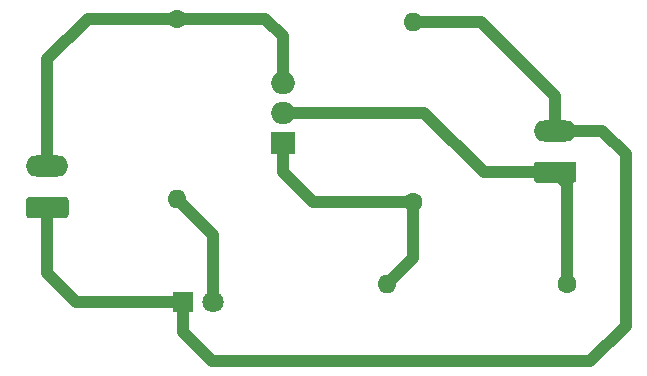
<source format=gbr>
G04 #@! TF.GenerationSoftware,KiCad,Pcbnew,(5.1.10)-1*
G04 #@! TF.CreationDate,2021-06-26T18:53:53+02:00*
G04 #@! TF.ProjectId,fuente-alimentacion-regulable,6675656e-7465-42d6-916c-696d656e7461,2.0*
G04 #@! TF.SameCoordinates,Original*
G04 #@! TF.FileFunction,Copper,L2,Bot*
G04 #@! TF.FilePolarity,Positive*
%FSLAX46Y46*%
G04 Gerber Fmt 4.6, Leading zero omitted, Abs format (unit mm)*
G04 Created by KiCad (PCBNEW (5.1.10)-1) date 2021-06-26 18:53:53*
%MOMM*%
%LPD*%
G01*
G04 APERTURE LIST*
G04 #@! TA.AperFunction,ComponentPad*
%ADD10R,1.800000X1.800000*%
G04 #@! TD*
G04 #@! TA.AperFunction,ComponentPad*
%ADD11C,1.800000*%
G04 #@! TD*
G04 #@! TA.AperFunction,ComponentPad*
%ADD12O,3.600000X1.800000*%
G04 #@! TD*
G04 #@! TA.AperFunction,ComponentPad*
%ADD13C,1.600000*%
G04 #@! TD*
G04 #@! TA.AperFunction,ComponentPad*
%ADD14O,1.600000X1.600000*%
G04 #@! TD*
G04 #@! TA.AperFunction,ComponentPad*
%ADD15R,2.000000X1.905000*%
G04 #@! TD*
G04 #@! TA.AperFunction,ComponentPad*
%ADD16O,2.000000X1.905000*%
G04 #@! TD*
G04 #@! TA.AperFunction,Conductor*
%ADD17C,1.000000*%
G04 #@! TD*
G04 APERTURE END LIST*
D10*
X97500000Y-76000000D03*
D11*
X100040000Y-76000000D03*
G04 #@! TA.AperFunction,ComponentPad*
G36*
G01*
X87590000Y-68900000D02*
X84490000Y-68900000D01*
G75*
G02*
X84240000Y-68650000I0J250000D01*
G01*
X84240000Y-67350000D01*
G75*
G02*
X84490000Y-67100000I250000J0D01*
G01*
X87590000Y-67100000D01*
G75*
G02*
X87840000Y-67350000I0J-250000D01*
G01*
X87840000Y-68650000D01*
G75*
G02*
X87590000Y-68900000I-250000J0D01*
G01*
G37*
G04 #@! TD.AperFunction*
D12*
X86040000Y-64500000D03*
D13*
X97000000Y-52000000D03*
D14*
X97000000Y-67240000D03*
D13*
X130000000Y-74500000D03*
D14*
X114760000Y-74500000D03*
X117000000Y-52260000D03*
D13*
X117000000Y-67500000D03*
D12*
X129040000Y-61500000D03*
G04 #@! TA.AperFunction,ComponentPad*
G36*
G01*
X130590000Y-65900000D02*
X127490000Y-65900000D01*
G75*
G02*
X127240000Y-65650000I0J250000D01*
G01*
X127240000Y-64350000D01*
G75*
G02*
X127490000Y-64100000I250000J0D01*
G01*
X130590000Y-64100000D01*
G75*
G02*
X130840000Y-64350000I0J-250000D01*
G01*
X130840000Y-65650000D01*
G75*
G02*
X130590000Y-65900000I-250000J0D01*
G01*
G37*
G04 #@! TD.AperFunction*
D15*
X106000000Y-62500000D03*
D16*
X106000000Y-59960000D03*
X106000000Y-57420000D03*
D17*
X86040000Y-64500000D02*
X86040000Y-55460000D01*
X89500000Y-52000000D02*
X97000000Y-52000000D01*
X86040000Y-55460000D02*
X89500000Y-52000000D01*
X97000000Y-52000000D02*
X104500000Y-52000000D01*
X106000000Y-53500000D02*
X106000000Y-57420000D01*
X104500000Y-52000000D02*
X106000000Y-53500000D01*
X97500000Y-76000000D02*
X88500000Y-76000000D01*
X86040000Y-73540000D02*
X86040000Y-68000000D01*
X88500000Y-76000000D02*
X86040000Y-73540000D01*
X129040000Y-61500000D02*
X129040000Y-58540000D01*
X122760000Y-52260000D02*
X117000000Y-52260000D01*
X129040000Y-58540000D02*
X122760000Y-52260000D01*
X97500000Y-76000000D02*
X97500000Y-78500000D01*
X97500000Y-78500000D02*
X100000000Y-81000000D01*
X100000000Y-81000000D02*
X132000000Y-81000000D01*
X132000000Y-81000000D02*
X135000000Y-78000000D01*
X135000000Y-78000000D02*
X135000000Y-63500000D01*
X133000000Y-61500000D02*
X129040000Y-61500000D01*
X135000000Y-63500000D02*
X133000000Y-61500000D01*
X100040000Y-70280000D02*
X97000000Y-67240000D01*
X100040000Y-76000000D02*
X100040000Y-70280000D01*
X106000000Y-59960000D02*
X117960000Y-59960000D01*
X123000000Y-65000000D02*
X129040000Y-65000000D01*
X117960000Y-59960000D02*
X123000000Y-65000000D01*
X130000000Y-65960000D02*
X129040000Y-65000000D01*
X130000000Y-74500000D02*
X130000000Y-65960000D01*
X106000000Y-62500000D02*
X106000000Y-65000000D01*
X108500000Y-67500000D02*
X117000000Y-67500000D01*
X106000000Y-65000000D02*
X108500000Y-67500000D01*
X117000000Y-72260000D02*
X114760000Y-74500000D01*
X117000000Y-67500000D02*
X117000000Y-72260000D01*
M02*

</source>
